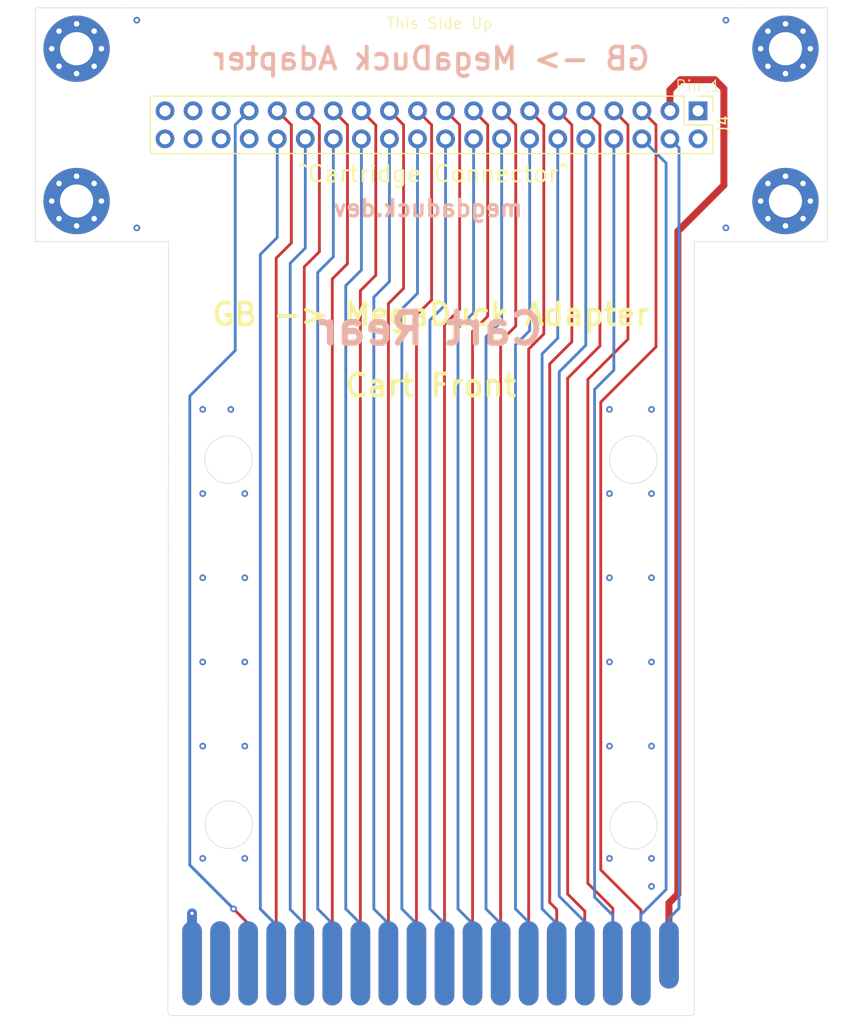
<source format=kicad_pcb>
(kicad_pcb (version 20240108) (generator "pcbnew") (generator_version "8.0")
  (title_block (title "GB to MegaDuck Cart Adapter") (date "2024-08-05") (rev "v1.0") (company "megaduck.dev"))
  (layers (0 "F.Cu" signal) (1 "In1.Cu" signal) (2 "In2.Cu" signal) (31 "B.Cu" signal) (34 "B.Paste" user) (35 "F.Paste" user) (36 "B.SilkS" user "B.Silkscreen") (37 "F.SilkS" user "F.Silkscreen") (38 "B.Mask" user) (39 "F.Mask" user) (44 "Edge.Cuts" user))
  (net 0 "")
  (net 1 "GND")
  (net 2 "/D6")
  (net 3 "/D7")
  (net 4 "/~{RES}")
  (net 5 "/D5")
  (net 6 "/D4")
  (net 7 "/D3")
  (net 8 "/D2")
  (net 9 "/D1")
  (net 10 "/D0")
  (net 11 "/A15")
  (net 12 "/A14")
  (net 13 "/A13")
  (net 14 "/A12")
  (net 15 "/A11")
  (net 16 "/A10")
  (net 17 "/A9")
  (net 18 "/A8")
  (net 19 "/A7")
  (net 20 "/A6")
  (net 21 "/A5")
  (net 22 "/A4")
  (net 23 "/A3")
  (net 24 "/A2")
  (net 25 "/A1")
  (net 26 "/A0")
  (net 27 "/~{CS}")
  (net 28 "/~{RD}")
  (net 29 "/~{WR}")
  (net 30 "/PHI")
  (net 31 "/VIN+")
  (net 33 "/VCC")
  (footprint "MountingHole:MountingHole_3mm_Pad_Via" (layer "F.Cu") (at 180.1516 53.38)
    (property "Reference" "H7" (hide yes))
    (property "Value" "MountingHole_Pad")
    (pad "1" thru_hole circle (at -2.25 0) (size 0.8 0.8) (drill 0.5) (layers "*.Cu" "*.Mask") (net 1 "GND"))
    (pad "1" thru_hole circle (at -1.59099 -1.59099) (size 0.8 0.8) (drill 0.5) (layers "*.Cu" "*.Mask") (net 1 "GND"))
    (pad "1" thru_hole circle (at -1.59099 1.59099) (size 0.8 0.8) (drill 0.5) (layers "*.Cu" "*.Mask") (net 1 "GND"))
    (pad "1" thru_hole circle (at 0 -2.25) (size 0.8 0.8) (drill 0.5) (layers "*.Cu" "*.Mask") (net 1 "GND"))
    (pad "1" thru_hole circle (at 0 0) (size 6 6) (drill 3) (layers "*.Cu" "*.Mask") (net 1 "GND"))
    (pad "1" thru_hole circle (at 0 2.25) (size 0.8 0.8) (drill 0.5) (layers "*.Cu" "*.Mask") (net 1 "GND"))
    (pad "1" thru_hole circle (at 1.59099 -1.59099) (size 0.8 0.8) (drill 0.5) (layers "*.Cu" "*.Mask") (net 1 "GND"))
    (pad "1" thru_hole circle (at 1.59099 1.59099) (size 0.8 0.8) (drill 0.5) (layers "*.Cu" "*.Mask") (net 1 "GND"))
    (pad "1" thru_hole circle (at 2.25 0) (size 0.8 0.8) (drill 0.5) (layers "*.Cu" "*.Mask") (net 1 "GND"))
  )
  (footprint "Connector_PinHeader_2.54mm:PinHeader_2x20_P2.54mm_Vertical" (layer "F.Cu") (at 172.23 59 -90)
    (property "Reference" "J4" (at 1.27 -2.33 90) (layer "F.SilkS"))
    (property "Value" "Conn_02x20_Odd_Even")
    (fp_line (start -1.33 49.59) (end 3.87 49.59) (stroke (width 0.12)) (layer "F.SilkS"))
    (fp_line (start -1.33 1.27) (end -1.33 49.59) (stroke (width 0.12)) (layer "F.SilkS"))
    (fp_line (start -1.33 1.27) (end 1.27 1.27) (stroke (width 0.12)) (layer "F.SilkS"))
    (fp_line (start 1.27 1.27) (end 1.27 -1.33) (stroke (width 0.12)) (layer "F.SilkS"))
    (fp_line (start -1.33 0) (end -1.33 -1.33) (stroke (width 0.12)) (layer "F.SilkS"))
    (fp_line (start -1.33 -1.33) (end 0 -1.33) (stroke (width 0.12)) (layer "F.SilkS"))
    (fp_line (start 1.27 -1.33) (end 3.87 -1.33) (stroke (width 0.12)) (layer "F.SilkS"))
    (fp_line (start 3.87 -1.33) (end 3.87 49.59) (stroke (width 0.12)) (layer "F.SilkS"))
    (pad "1" thru_hole rect (at 0 0 270) (size 1.7 1.7) (drill 1) (layers "*.Cu" "*.Mask"))
    (pad "2" thru_hole oval (at 2.54 0 270) (size 1.7 1.7) (drill 1) (layers "*.Cu" "*.Mask"))
    (pad "3" thru_hole oval (at 0 2.54 270) (size 1.7 1.7) (drill 1) (layers "*.Cu" "*.Mask") (net 33 "/VCC"))
    (pad "4" thru_hole oval (at 2.54 2.54 270) (size 1.7 1.7) (drill 1) (layers "*.Cu" "*.Mask") (net 30 "/PHI"))
    (pad "5" thru_hole oval (at 0 5.08 270) (size 1.7 1.7) (drill 1) (layers "*.Cu" "*.Mask") (net 29 "/~{WR}"))
    (pad "6" thru_hole oval (at 2.54 5.08 270) (size 1.7 1.7) (drill 1) (layers "*.Cu" "*.Mask") (net 28 "/~{RD}"))
    (pad "7" thru_hole oval (at 0 7.62 270) (size 1.7 1.7) (drill 1) (layers "*.Cu" "*.Mask") (net 27 "/~{CS}"))
    (pad "8" thru_hole oval (at 2.54 7.62 270) (size 1.7 1.7) (drill 1) (layers "*.Cu" "*.Mask") (net 26 "/A0"))
    (pad "9" thru_hole oval (at 0 10.16 270) (size 1.7 1.7) (drill 1) (layers "*.Cu" "*.Mask") (net 25 "/A1"))
    (pad "10" thru_hole oval (at 2.54 10.16 270) (size 1.7 1.7) (drill 1) (layers "*.Cu" "*.Mask") (net 24 "/A2"))
    (pad "11" thru_hole oval (at 0 12.7 270) (size 1.7 1.7) (drill 1) (layers "*.Cu" "*.Mask") (net 23 "/A3"))
    (pad "12" thru_hole oval (at 2.54 12.7 270) (size 1.7 1.7) (drill 1) (layers "*.Cu" "*.Mask") (net 22 "/A4"))
    (pad "13" thru_hole oval (at 0 15.24 270) (size 1.7 1.7) (drill 1) (layers "*.Cu" "*.Mask") (net 21 "/A5"))
    (pad "14" thru_hole oval (at 2.54 15.24 270) (size 1.7 1.7) (drill 1) (layers "*.Cu" "*.Mask") (net 20 "/A6"))
    (pad "15" thru_hole oval (at 0 17.78 270) (size 1.7 1.7) (drill 1) (layers "*.Cu" "*.Mask") (net 19 "/A7"))
    (pad "16" thru_hole oval (at 2.54 17.78 270) (size 1.7 1.7) (drill 1) (layers "*.Cu" "*.Mask") (net 18 "/A8"))
    (pad "17" thru_hole oval (at 0 20.32 270) (size 1.7 1.7) (drill 1) (layers "*.Cu" "*.Mask") (net 17 "/A9"))
    (pad "18" thru_hole oval (at 2.54 20.32 270) (size 1.7 1.7) (drill 1) (layers "*.Cu" "*.Mask") (net 16 "/A10"))
    (pad "19" thru_hole oval (at 0 22.86 270) (size 1.7 1.7) (drill 1) (layers "*.Cu" "*.Mask") (net 15 "/A11"))
    (pad "20" thru_hole oval (at 2.54 22.86 270) (size 1.7 1.7) (drill 1) (layers "*.Cu" "*.Mask") (net 14 "/A12"))
    (pad "21" thru_hole oval (at 0 25.4 270) (size 1.7 1.7) (drill 1) (layers "*.Cu" "*.Mask") (net 13 "/A13"))
    (pad "22" thru_hole oval (at 2.54 25.4 270) (size 1.7 1.7) (drill 1) (layers "*.Cu" "*.Mask") (net 12 "/A14"))
    (pad "23" thru_hole oval (at 0 27.94 270) (size 1.7 1.7) (drill 1) (layers "*.Cu" "*.Mask") (net 11 "/A15"))
    (pad "24" thru_hole oval (at 2.54 27.94 270) (size 1.7 1.7) (drill 1) (layers "*.Cu" "*.Mask") (net 10 "/D0"))
    (pad "25" thru_hole oval (at 0 30.48 270) (size 1.7 1.7) (drill 1) (layers "*.Cu" "*.Mask") (net 9 "/D1"))
    (pad "26" thru_hole oval (at 2.54 30.48 270) (size 1.7 1.7) (drill 1) (layers "*.Cu" "*.Mask") (net 8 "/D2"))
    (pad "27" thru_hole oval (at 0 33.02 270) (size 1.7 1.7) (drill 1) (layers "*.Cu" "*.Mask") (net 7 "/D3"))
    (pad "28" thru_hole oval (at 2.54 33.02 270) (size 1.7 1.7) (drill 1) (layers "*.Cu" "*.Mask") (net 6 "/D4"))
    (pad "29" thru_hole oval (at 0 35.56 270) (size 1.7 1.7) (drill 1) (layers "*.Cu" "*.Mask") (net 5 "/D5"))
    (pad "30" thru_hole oval (at 2.54 35.56 270) (size 1.7 1.7) (drill 1) (layers "*.Cu" "*.Mask") (net 2 "/D6"))
    (pad "31" thru_hole oval (at 0 38.1 270) (size 1.7 1.7) (drill 1) (layers "*.Cu" "*.Mask") (net 3 "/D7"))
    (pad "32" thru_hole oval (at 2.54 38.1 270) (size 1.7 1.7) (drill 1) (layers "*.Cu" "*.Mask") (net 4 "/~{RES}"))
    (pad "33" thru_hole oval (at 0 40.64 270) (size 1.7 1.7) (drill 1) (layers "*.Cu" "*.Mask") (net 31 "/VIN+"))
    (pad "34" thru_hole oval (at 2.54 40.64 270) (size 1.7 1.7) (drill 1) (layers "*.Cu" "*.Mask"))
    (pad "35" thru_hole oval (at 0 43.18 270) (size 1.7 1.7) (drill 1) (layers "*.Cu" "*.Mask"))
    (pad "36" thru_hole oval (at 2.54 43.18 270) (size 1.7 1.7) (drill 1) (layers "*.Cu" "*.Mask"))
    (pad "37" thru_hole oval (at 0 45.72 270) (size 1.7 1.7) (drill 1) (layers "*.Cu" "*.Mask") (net 1 "GND"))
    (pad "38" thru_hole oval (at 2.54 45.72 270) (size 1.7 1.7) (drill 1) (layers "*.Cu" "*.Mask") (net 1 "GND"))
    (pad "39" thru_hole oval (at 0 48.26 270) (size 1.7 1.7) (drill 1) (layers "*.Cu" "*.Mask"))
    (pad "40" thru_hole oval (at 2.54 48.26 270) (size 1.7 1.7) (drill 1) (layers "*.Cu" "*.Mask"))
  )
  (footprint "User:Mega_Duck_36_Pin" (layer "F.Cu") (at 169.5958 136.1694)
    (property "Reference" "J1" (hide yes))
    (property "Value" "Conn_02x18_Odd_Even")
    (pad "1" connect oval (at 0 -0.762) (size 1.78 6.096) (layers "F.Cu" "F.Mask") (net 33 "/VCC"))
    (pad "2" connect oval (at 0 -0.762) (size 1.78 6.096) (layers "B.Cu" "B.Mask") (net 30 "/PHI"))
    (pad "3" connect oval (at -2.54 0) (size 1.78 7.62) (layers "F.Cu" "F.Mask") (net 29 "/~{WR}"))
    (pad "4" connect oval (at -2.54 0) (size 1.78 7.62) (layers "B.Cu" "B.Mask") (net 28 "/~{RD}"))
    (pad "5" connect oval (at -5.08 0) (size 1.78 7.62) (layers "F.Cu" "F.Mask") (net 27 "/~{CS}"))
    (pad "6" connect oval (at -5.08 0) (size 1.78 7.62) (layers "B.Cu" "B.Mask") (net 26 "/A0"))
    (pad "7" connect oval (at -7.62 0) (size 1.78 7.62) (layers "F.Cu" "F.Mask") (net 25 "/A1"))
    (pad "8" connect oval (at -7.62 0) (size 1.78 7.62) (layers "B.Cu" "B.Mask") (net 24 "/A2"))
    (pad "9" connect oval (at -10.16 0) (size 1.78 7.62) (layers "F.Cu" "F.Mask") (net 23 "/A3"))
    (pad "10" connect oval (at -10.16 0) (size 1.78 7.62) (layers "B.Cu" "B.Mask") (net 22 "/A4"))
    (pad "11" connect oval (at -12.7 0) (size 1.78 7.62) (layers "F.Cu" "F.Mask") (net 21 "/A5"))
    (pad "12" connect oval (at -12.7 0) (size 1.78 7.62) (layers "B.Cu" "B.Mask") (net 20 "/A6"))
    (pad "13" connect oval (at -15.24 0) (size 1.78 7.62) (layers "F.Cu" "F.Mask") (net 19 "/A7"))
    (pad "14" connect oval (at -15.24 0) (size 1.78 7.62) (layers "B.Cu" "B.Mask") (net 18 "/A8"))
    (pad "15" connect oval (at -17.78 0) (size 1.78 7.62) (layers "F.Cu" "F.Mask") (net 17 "/A9"))
    (pad "16" connect oval (at -17.78 0) (size 1.78 7.62) (layers "B.Cu" "B.Mask") (net 16 "/A10"))
    (pad "17" connect oval (at -20.32 0) (size 1.78 7.62) (layers "F.Cu" "F.Mask") (net 15 "/A11"))
    (pad "18" connect oval (at -20.32 0) (size 1.78 7.62) (layers "B.Cu" "B.Mask") (net 14 "/A12"))
    (pad "19" connect oval (at -22.86 0) (size 1.78 7.62) (layers "F.Cu" "F.Mask") (net 13 "/A13"))
    (pad "20" connect oval (at -22.86 0) (size 1.78 7.62) (layers "B.Cu" "B.Mask") (net 12 "/A14"))
    (pad "21" connect oval (at -25.4 0) (size 1.78 7.62) (layers "F.Cu" "F.Mask") (net 11 "/A15"))
    (pad "22" connect oval (at -25.4 0) (size 1.78 7.62) (layers "B.Cu" "B.Mask") (net 10 "/D0"))
    (pad "23" connect oval (at -27.94 0) (size 1.78 7.62) (layers "F.Cu" "F.Mask") (net 9 "/D1"))
    (pad "24" connect oval (at -27.94 0) (size 1.78 7.62) (layers "B.Cu" "B.Mask") (net 8 "/D2"))
    (pad "25" connect oval (at -30.48 0) (size 1.78 7.62) (layers "F.Cu" "F.Mask") (net 7 "/D3"))
    (pad "26" connect oval (at -30.48 0) (size 1.78 7.62) (layers "B.Cu" "B.Mask") (net 6 "/D4"))
    (pad "27" connect oval (at -33.02 0) (size 1.78 7.62) (layers "F.Cu" "F.Mask") (net 5 "/D5"))
    (pad "28" connect oval (at -33.02 0) (size 1.78 7.62) (layers "B.Cu" "B.Mask") (net 2 "/D6"))
    (pad "29" connect oval (at -35.56 0) (size 1.78 7.62) (layers "F.Cu" "F.Mask") (net 3 "/D7"))
    (pad "30" connect oval (at -35.56 0) (size 1.78 7.62) (layers "B.Cu" "B.Mask") (net 4 "/~{RES}"))
    (pad "31" connect oval (at -38.1 0) (size 1.78 7.62) (layers "F.Cu" "F.Mask") (net 31 "/VIN+"))
    (pad "32" connect oval (at -38.1 0) (size 1.78 7.62) (layers "B.Cu" "B.Mask"))
    (pad "33" connect oval (at -40.64 0) (size 1.78 7.62) (layers "F.Cu" "F.Mask"))
    (pad "34" connect oval (at -40.64 0) (size 1.78 7.62) (layers "B.Cu" "B.Mask"))
    (pad "35" connect oval (at -43.18 0) (size 1.78 7.62) (layers "F.Cu" "F.Mask") (net 1 "GND"))
    (pad "36" connect oval (at -43.18 0) (size 1.78 7.62) (layers "B.Cu" "B.Mask") (net 1 "GND"))
  )
  (footprint "MountingHole:MountingHole_3mm_Pad_Via" (layer "F.Cu") (at 180.1516 67.17)
    (property "Reference" "H8" (hide yes))
    (property "Value" "MountingHole_Pad")
    (pad "1" thru_hole circle (at -2.25 0) (size 0.8 0.8) (drill 0.5) (layers "*.Cu" "*.Mask") (net 1 "GND"))
    (pad "1" thru_hole circle (at -1.59099 -1.59099) (size 0.8 0.8) (drill 0.5) (layers "*.Cu" "*.Mask") (net 1 "GND"))
    (pad "1" thru_hole circle (at -1.59099 1.59099) (size 0.8 0.8) (drill 0.5) (layers "*.Cu" "*.Mask") (net 1 "GND"))
    (pad "1" thru_hole circle (at 0 -2.25) (size 0.8 0.8) (drill 0.5) (layers "*.Cu" "*.Mask") (net 1 "GND"))
    (pad "1" thru_hole circle (at 0 0) (size 6 6) (drill 3) (layers "*.Cu" "*.Mask") (net 1 "GND"))
    (pad "1" thru_hole circle (at 0 2.25) (size 0.8 0.8) (drill 0.5) (layers "*.Cu" "*.Mask") (net 1 "GND"))
    (pad "1" thru_hole circle (at 1.59099 -1.59099) (size 0.8 0.8) (drill 0.5) (layers "*.Cu" "*.Mask") (net 1 "GND"))
    (pad "1" thru_hole circle (at 1.59099 1.59099) (size 0.8 0.8) (drill 0.5) (layers "*.Cu" "*.Mask") (net 1 "GND"))
    (pad "1" thru_hole circle (at 2.25 0) (size 0.8 0.8) (drill 0.5) (layers "*.Cu" "*.Mask") (net 1 "GND"))
  )
  (footprint "MountingHole:MountingHole_3mm_Pad_Via" (layer "F.Cu") (at 115.96 67.17)
    (property "Reference" "H4" (hide yes))
    (property "Value" "MountingHole_Pad")
    (pad "1" thru_hole circle (at -2.25 0) (size 0.8 0.8) (drill 0.5) (layers "*.Cu" "*.Mask") (net 1 "GND"))
    (pad "1" thru_hole circle (at -1.59099 -1.59099) (size 0.8 0.8) (drill 0.5) (layers "*.Cu" "*.Mask") (net 1 "GND"))
    (pad "1" thru_hole circle (at -1.59099 1.59099) (size 0.8 0.8) (drill 0.5) (layers "*.Cu" "*.Mask") (net 1 "GND"))
    (pad "1" thru_hole circle (at 0 -2.25) (size 0.8 0.8) (drill 0.5) (layers "*.Cu" "*.Mask") (net 1 "GND"))
    (pad "1" thru_hole circle (at 0 0) (size 6 6) (drill 3) (layers "*.Cu" "*.Mask") (net 1 "GND"))
    (pad "1" thru_hole circle (at 0 2.25) (size 0.8 0.8) (drill 0.5) (layers "*.Cu" "*.Mask") (net 1 "GND"))
    (pad "1" thru_hole circle (at 1.59099 -1.59099) (size 0.8 0.8) (drill 0.5) (layers "*.Cu" "*.Mask") (net 1 "GND"))
    (pad "1" thru_hole circle (at 1.59099 1.59099) (size 0.8 0.8) (drill 0.5) (layers "*.Cu" "*.Mask") (net 1 "GND"))
    (pad "1" thru_hole circle (at 2.25 0) (size 0.8 0.8) (drill 0.5) (layers "*.Cu" "*.Mask") (net 1 "GND"))
  )
  (footprint "MountingHole:MountingHole_3mm_Pad_Via" (layer "F.Cu") (at 115.96 53.38)
    (property "Reference" "H3" (hide yes))
    (property "Value" "MountingHole_Pad")
    (pad "1" thru_hole circle (at -2.25 0) (size 0.8 0.8) (drill 0.5) (layers "*.Cu" "*.Mask") (net 1 "GND"))
    (pad "1" thru_hole circle (at -1.59099 -1.59099) (size 0.8 0.8) (drill 0.5) (layers "*.Cu" "*.Mask") (net 1 "GND"))
    (pad "1" thru_hole circle (at -1.59099 1.59099) (size 0.8 0.8) (drill 0.5) (layers "*.Cu" "*.Mask") (net 1 "GND"))
    (pad "1" thru_hole circle (at 0 -2.25) (size 0.8 0.8) (drill 0.5) (layers "*.Cu" "*.Mask") (net 1 "GND"))
    (pad "1" thru_hole circle (at 0 0) (size 6 6) (drill 3) (layers "*.Cu" "*.Mask") (net 1 "GND"))
    (pad "1" thru_hole circle (at 0 2.25) (size 0.8 0.8) (drill 0.5) (layers "*.Cu" "*.Mask") (net 1 "GND"))
    (pad "1" thru_hole circle (at 1.59099 -1.59099) (size 0.8 0.8) (drill 0.5) (layers "*.Cu" "*.Mask") (net 1 "GND"))
    (pad "1" thru_hole circle (at 1.59099 1.59099) (size 0.8 0.8) (drill 0.5) (layers "*.Cu" "*.Mask") (net 1 "GND"))
    (pad "1" thru_hole circle (at 2.25 0) (size 0.8 0.8) (drill 0.5) (layers "*.Cu" "*.Mask") (net 1 "GND"))
  )
  (gr_line (start 120.2596 49.6824) (end 112.2426 49.6824) (stroke (width 0.05)) (layer "Edge.Cuts"))
  (gr_circle (center 129.712926 90.576404) (end 131.862926 90.576404) (stroke (width 0.05)) (fill none) (layer "Edge.Cuts"))
  (gr_line (start 171.9072 70.846) (end 171.9072 76.708) (stroke (width 0.05)) (layer "Edge.Cuts"))
  (gr_circle (center 166.3954 123.6726) (end 168.5454 123.6726) (stroke (width 0.05)) (fill none) (layer "Edge.Cuts"))
  (gr_line (start 171.9072 70.846) (end 175.9298 70.846) (stroke (width 0.05)) (layer "Edge.Cuts"))
  (gr_line (start 124.2822 78.1558) (end 124.2822 70.846) (stroke (width 0.05)) (layer "Edge.Cuts"))
  (gr_line (start 112.2426 70.846) (end 120.2596 70.846) (stroke (width 0.05)) (layer "Edge.Cuts"))
  (gr_line (start 183.9468 64.7032) (end 183.9468 49.6824) (stroke (width 0.05)) (layer "Edge.Cuts"))
  (gr_line (start 171.9072 140.5636) (end 171.9072 78.1558) (stroke (width 0.05)) (layer "Edge.Cuts"))
  (gr_arc (start 171.9072 140.5636) (mid 171.810487 140.797087) (end 171.577 140.8938) (stroke (width 0.05)) (layer "Edge.Cuts"))
  (gr_line (start 120.2596 70.846) (end 124.2822 70.846) (stroke (width 0.05)) (layer "Edge.Cuts"))
  (gr_line (start 175.9298 70.846) (end 183.9468 70.846) (stroke (width 0.05)) (layer "Edge.Cuts"))
  (gr_line (start 112.2426 64.7032) (end 112.2426 49.6824) (stroke (width 0.05)) (layer "Edge.Cuts"))
  (gr_line (start 171.9072 78.1558) (end 171.9072 76.708) (stroke (width 0.05)) (layer "Edge.Cuts"))
  (gr_circle (center 166.37 90.576404) (end 168.52 90.576404) (stroke (width 0.05)) (fill none) (layer "Edge.Cuts"))
  (gr_line (start 171.577 140.8938) (end 124.5616 140.8938) (stroke (width 0.05)) (layer "Edge.Cuts"))
  (gr_line (start 183.9468 49.6824) (end 175.9298 49.6824) (stroke (width 0.05)) (layer "Edge.Cuts"))
  (gr_circle (center 129.7432 123.6218) (end 131.8932 123.6218) (stroke (width 0.05)) (fill none) (layer "Edge.Cuts"))
  (gr_line (start 124.2314 140.5636) (end 124.2822 78.1558) (stroke (width 0.05)) (layer "Edge.Cuts"))
  (gr_arc (start 124.5616 140.8938) (mid 124.328113 140.797087) (end 124.2314 140.5636) (stroke (width 0.05)) (layer "Edge.Cuts"))
  (gr_line (start 112.2426 64.7032) (end 112.2426 70.846) (stroke (width 0.05)) (layer "Edge.Cuts"))
  (gr_line (start 120.2596 49.6824) (end 175.9298 49.6824) (stroke (width 0.05)) (layer "Edge.Cuts"))
  (gr_line (start 183.9468 70.846) (end 183.9468 64.7032) (stroke (width 0.05)) (layer "Edge.Cuts"))
  (gr_text "GB -> MegaDuck Adapter" (at 148.082 55.4482 -0) (layer "B.SilkS") (effects (font (size 2 2) (thickness 0.35) (bold yes)) (justify bottom mirror)))
  (gr_text "megdaduck.dev" (at 156.5 68.707 -0) (layer "B.SilkS") (effects (font (size 1.5 1.5) (thickness 0.3) (bold yes)) (justify left bottom mirror)))
  (gr_text "Cart Rear" (at 147.9804 80.3656 -0) (layer "B.SilkS") (effects (font (size 2.8 2.8) (thickness 0.56) (bold yes)) (justify bottom mirror)))
  (gr_text "^Cartridge Connector^" (at 148.2344 65.5828 0) (layer "F.SilkS") (effects (font (size 1.5 1.5) (thickness 0.2)) (justify bottom)))
  (gr_text "" (at 132.5626 79.4766 0) (layer "F.SilkS") (effects (font (size 1.1 1.1)) (justify left bottom)))
  (gr_text "GB -> MegaDuck Adapter\n\nCart Front" (at 148.0312 85.0392 0) (layer "F.SilkS") (effects (font (size 2 2) (thickness 0.35) (bold yes)) (justify bottom)))
  (gr_text "Pin 1" (at 172.2374 57.3278 -0) (layer "F.SilkS") (effects (font (size 1 1) (thickness 0.1)) (justify bottom)))
  (gr_text "This Side Up" (at 148.8186 51.6636 0) (layer "F.SilkS") (effects (font (size 1 1) (thickness 0.1)) (justify bottom)))
  (segment (start 126.4158 131.6482) (end 126.4158 136.1694) (width 0.889) (layer "F.Cu") (net 1))
  (via (at 168.021 126.6698) (size 0.6) (drill 0.3) (layers "F.Cu" "B.Cu") (net 1))
  (via (at 168.021 108.8898) (size 0.6) (drill 0.3) (layers "F.Cu" "B.Cu") (net 1))
  (via (at 121.412 50.8) (size 0.6) (drill 0.3) (layers "F.Cu" "B.Cu") (net 1))
  (via (at 127.381 86.0298) (size 0.6) (drill 0.3) (layers "F.Cu" "B.Cu") (net 1))
  (via (at 121.412 69.596) (size 0.6) (drill 0.3) (layers "F.Cu" "B.Cu") (net 1))
  (via (at 164.211 101.2698) (size 0.6) (drill 0.3) (layers "F.Cu" "B.Cu") (net 1))
  (via (at 168.021 116.5098) (size 0.6) (drill 0.3) (layers "F.Cu" "B.Cu") (net 1))
  (via (at 164.211 93.6498) (size 0.6) (drill 0.3) (layers "F.Cu" "B.Cu") (net 1))
  (via (at 127.381 108.8898) (size 0.6) (drill 0.3) (layers "F.Cu" "B.Cu") (net 1))
  (via (at 127.381 126.6698) (size 0.6) (drill 0.3) (layers "F.Cu" "B.Cu") (net 1))
  (via (at 131.191 126.6698) (size 0.6) (drill 0.3) (layers "F.Cu" "B.Cu") (net 1))
  (via (at 129.921 86.0298) (size 0.6) (drill 0.3) (layers "F.Cu" "B.Cu") (net 1))
  (via (at 168.021 86.0298) (size 0.6) (drill 0.3) (layers "F.Cu" "B.Cu") (net 1))
  (via (at 164.211 116.5098) (size 0.6) (drill 0.3) (layers "F.Cu" "B.Cu") (net 1))
  (via (at 174.752 69.596) (size 0.6) (drill 0.3) (layers "F.Cu" "B.Cu") (net 1))
  (via (at 131.191 116.5098) (size 0.6) (drill 0.3) (layers "F.Cu" "B.Cu") (net 1))
  (via (at 168.021 93.6498) (size 0.6) (drill 0.3) (layers "F.Cu" "B.Cu") (net 1))
  (via (at 131.191 108.8898) (size 0.6) (drill 0.3) (layers "F.Cu" "B.Cu") (net 1))
  (via (at 174.752 50.8) (size 0.6) (drill 0.3) (layers "F.Cu" "B.Cu") (net 1))
  (via (at 164.211 126.6698) (size 0.6) (drill 0.3) (layers "F.Cu" "B.Cu") (net 1))
  (via (at 126.4158 131.6482) (size 0.6) (drill 0.3) (layers "F.Cu" "B.Cu") (net 1))
  (via (at 127.381 101.2698) (size 0.6) (drill 0.3) (layers "F.Cu" "B.Cu") (net 1))
  (via (at 127.381 93.6498) (size 0.6) (drill 0.3) (layers "F.Cu" "B.Cu") (net 1))
  (via (at 168.021 101.2698) (size 0.6) (drill 0.3) (layers "F.Cu" "B.Cu") (net 1))
  (via (at 168.021 129.2098) (size 0.6) (drill 0.3) (layers "F.Cu" "B.Cu") (net 1))
  (via (at 164.211 86.0298) (size 0.6) (drill 0.3) (layers "F.Cu" "B.Cu") (net 1))
  (via (at 131.191 93.6498) (size 0.6) (drill 0.3) (layers "F.Cu" "B.Cu") (net 1))
  (via (at 131.191 101.2698) (size 0.6) (drill 0.3) (layers "F.Cu" "B.Cu") (net 1))
  (via (at 164.211 108.8898) (size 0.6) (drill 0.3) (layers "F.Cu" "B.Cu") (net 1))
  (via (at 127.381 116.5098) (size 0.6) (drill 0.3) (layers "F.Cu" "B.Cu") (net 1))
  (segment (start 126.4158 131.6482) (end 126.4158 136.1694) (width 0.889) (layer "B.Cu") (net 1))
  (segment (start 135.3058 72.7964) (end 136.67 71.4322) (width 0.254) (layer "B.Cu") (net 2))
  (segment (start 136.67 71.4322) (end 136.67 61.54) (width 0.254) (layer "B.Cu") (net 2))
  (segment (start 136.5758 132.5626) (end 135.3058 131.2926) (width 0.254) (layer "B.Cu") (net 2))
  (segment (start 135.3058 131.2926) (end 135.3058 72.7964) (width 0.254) (layer "B.Cu") (net 2))
  (segment (start 136.5758 136.1694) (end 136.5758 132.5626) (width 0.254) (layer "B.Cu") (net 2))
  (segment (start 135.4074 70.9676) (end 134.0358 72.3392) (width 0.254) (layer "F.Cu") (net 3))
  (segment (start 134.13 59) (end 135.4074 60.2774) (width 0.254) (layer "F.Cu") (net 3))
  (segment (start 135.4074 60.2774) (end 135.4074 70.9676) (width 0.254) (layer "F.Cu") (net 3))
  (segment (start 134.0358 72.3392) (end 134.0358 136.1694) (width 0.254) (layer "F.Cu") (net 3))
  (segment (start 134.0358 132.6896) (end 132.8293 131.4831) (width 0.254) (layer "B.Cu") (net 4))
  (segment (start 133.5405 132.1943) (end 132.8293 131.4831) (width 0.254) (layer "B.Cu") (net 4))
  (segment (start 134.0358 136.1694) (end 134.0358 132.5626) (width 0.254) (layer "B.Cu") (net 4))
  (segment (start 134.0358 136.1694) (end 134.0358 132.6896) (width 0.254) (layer "B.Cu") (net 4))
  (segment (start 132.6007 131.2545) (end 132.6007 71.9963) (width 0.254) (layer "B.Cu") (net 4))
  (segment (start 132.6007 71.9963) (end 134.13 70.467) (width 0.254) (layer "B.Cu") (net 4))
  (segment (start 132.8293 131.4831) (end 132.6007 131.2545) (width 0.254) (layer "B.Cu") (net 4))
  (segment (start 134.0358 132.6896) (end 133.5405 132.1943) (width 0.254) (layer "B.Cu") (net 4))
  (segment (start 134.13 70.467) (end 134.13 61.54) (width 0.254) (layer "B.Cu") (net 4))
  (segment (start 137.9474 60.2774) (end 137.9474 71.755) (width 0.254) (layer "F.Cu") (net 5))
  (segment (start 136.67 59) (end 137.9474 60.2774) (width 0.254) (layer "F.Cu") (net 5))
  (segment (start 137.9474 71.755) (end 136.5758 73.1266) (width 0.254) (layer "F.Cu") (net 5))
  (segment (start 136.5758 73.1266) (end 136.5758 136.1694) (width 0.254) (layer "F.Cu") (net 5))
  (segment (start 137.795 131.2418) (end 137.795 73.6346) (width 0.254) (layer "B.Cu") (net 6))
  (segment (start 139.1158 132.5626) (end 137.795 131.2418) (width 0.254) (layer "B.Cu") (net 6))
  (segment (start 139.1158 136.1694) (end 139.1158 132.5626) (width 0.254) (layer "B.Cu") (net 6))
  (segment (start 139.21 72.2196) (end 139.21 61.54) (width 0.254) (layer "B.Cu") (net 6))
  (segment (start 137.795 73.6346) (end 139.21 72.2196) (width 0.254) (layer "B.Cu") (net 6))
  (segment (start 139.1158 136.1694) (end 139.1158 78.359) (width 0.254) (layer "F.Cu") (net 7))
  (segment (start 140.4874 72.8472) (end 139.1158 74.2188) (width 0.254) (layer "F.Cu") (net 7))
  (segment (start 139.1158 78.359) (end 139.1158 74.2188) (width 0.254) (layer "F.Cu") (net 7))
  (segment (start 140.4874 60.2774) (end 140.4874 72.8472) (width 0.254) (layer "F.Cu") (net 7))
  (segment (start 139.21 59) (end 140.4874 60.2774) (width 0.254) (layer "F.Cu") (net 7))
  (segment (start 141.75 73.4134) (end 141.75 61.54) (width 0.254) (layer "B.Cu") (net 8))
  (segment (start 140.335 74.8284) (end 141.75 73.4134) (width 0.254) (layer "B.Cu") (net 8))
  (segment (start 141.6558 136.1694) (end 141.6558 132.5626) (width 0.254) (layer "B.Cu") (net 8))
  (segment (start 140.335 131.2418) (end 140.335 74.8284) (width 0.254) (layer "B.Cu") (net 8))
  (segment (start 141.6558 132.5626) (end 140.335 131.2418) (width 0.254) (layer "B.Cu") (net 8))
  (segment (start 141.75 59) (end 143.0528 60.3028) (width 0.254) (layer "F.Cu") (net 9))
  (segment (start 143.0528 73.8886) (end 141.6558 75.2856) (width 0.254) (layer "F.Cu") (net 9))
  (segment (start 143.0528 60.3028) (end 143.0528 73.8886) (width 0.254) (layer "F.Cu") (net 9))
  (segment (start 141.6558 75.2856) (end 141.6558 136.1694) (width 0.254) (layer "F.Cu") (net 9))
  (segment (start 142.875 131.2418) (end 142.875 75.8698) (width 0.254) (layer "B.Cu") (net 10))
  (segment (start 142.875 75.8698) (end 144.29 74.4548) (width 0.254) (layer "B.Cu") (net 10))
  (segment (start 144.1958 132.5626) (end 142.875 131.2418) (width 0.254) (layer "B.Cu") (net 10))
  (segment (start 144.29 74.4548) (end 144.29 61.54) (width 0.254) (layer "B.Cu") (net 10))
  (segment (start 144.1958 136.1694) (end 144.1958 132.5626) (width 0.254) (layer "B.Cu") (net 10))
  (segment (start 145.5674 75.0824) (end 144.1958 76.454) (width 0.254) (layer "F.Cu") (net 11))
  (segment (start 144.1958 76.454) (end 144.1958 136.1694) (width 0.254) (layer "F.Cu") (net 11))
  (segment (start 144.29 59) (end 145.5674 60.2774) (width 0.254) (layer "F.Cu") (net 11))
  (segment (start 145.5674 60.2774) (end 145.5674 75.0824) (width 0.254) (layer "F.Cu") (net 11))
  (segment (start 146.7358 132.5626) (end 145.415 131.2418) (width 0.254) (layer "B.Cu") (net 12))
  (segment (start 146.83 75.5216) (end 146.83 61.54) (width 0.254) (layer "B.Cu") (net 12))
  (segment (start 145.415 76.9366) (end 146.83 75.5216) (width 0.254) (layer "B.Cu") (net 12))
  (segment (start 146.7358 136.1694) (end 146.7358 132.5626) (width 0.254) (layer "B.Cu") (net 12))
  (segment (start 145.415 131.2418) (end 145.415 76.9366) (width 0.254) (layer "B.Cu") (net 12))
  (segment (start 148.1074 76.1238) (end 146.7358 77.4954) (width 0.254) (layer "F.Cu") (net 13))
  (segment (start 148.1074 60.2774) (end 148.1074 76.1238) (width 0.254) (layer "F.Cu") (net 13))
  (segment (start 146.7358 77.4954) (end 146.7358 136.1694) (width 0.254) (layer "F.Cu") (net 13))
  (segment (start 146.83 59) (end 148.1074 60.2774) (width 0.254) (layer "F.Cu") (net 13))
  (segment (start 149.2758 136.1694) (end 149.2758 132.5626) (width 0.254) (layer "B.Cu") (net 14))
  (segment (start 147.955 77.9526) (end 149.37 76.5376) (width 0.254) (layer "B.Cu") (net 14))
  (segment (start 147.955 131.2418) (end 147.955 77.9526) (width 0.254) (layer "B.Cu") (net 14))
  (segment (start 149.2758 132.5626) (end 147.955 131.2418) (width 0.254) (layer "B.Cu") (net 14))
  (segment (start 149.2758 136.1694) (end 149.2758 132.6896) (width 0.254) (layer "B.Cu") (net 14))
  (segment (start 149.37 76.5376) (end 149.37 61.54) (width 0.254) (layer "B.Cu") (net 14))
  (segment (start 149.2758 78.359) (end 149.2758 136.1694) (width 0.254) (layer "F.Cu") (net 15))
  (segment (start 150.6474 60.2774) (end 150.6474 76.9874) (width 0.254) (layer "F.Cu") (net 15))
  (segment (start 149.2758 59.2074) (end 149.2758 59.3598) (width 0.254) (layer "F.Cu") (net 15))
  (segment (start 149.37 59) (end 150.6474 60.2774) (width 0.254) (layer "F.Cu") (net 15))
  (segment (start 150.6474 76.9874) (end 149.2758 78.359) (width 0.254) (layer "F.Cu") (net 15))
  (segment (start 151.8158 132.5626) (end 150.495 131.2418) (width 0.254) (layer "B.Cu") (net 16))
  (segment (start 150.495 131.2418) (end 150.495 78.6892) (width 0.254) (layer "B.Cu") (net 16))
  (segment (start 151.91 77.2742) (end 151.91 61.54) (width 0.254) (layer "B.Cu") (net 16))
  (segment (start 150.495 78.6892) (end 151.91 77.2742) (width 0.254) (layer "B.Cu") (net 16))
  (segment (start 151.8158 136.1694) (end 151.8158 132.5626) (width 0.254) (layer "B.Cu") (net 16))
  (segment (start 151.8158 136.1694) (end 151.8158 78.9686) (width 0.254) (layer "F.Cu") (net 17))
  (segment (start 151.8158 58.8518) (end 151.8158 59.055) (width 0.254) (layer "F.Cu") (net 17))
  (segment (start 153.1874 60.2774) (end 151.91 59) (width 0.254) (layer "F.Cu") (net 17))
  (segment (start 151.8158 78.9686) (end 153.1874 77.597) (width 0.254) (layer "F.Cu") (net 17))
  (segment (start 153.1874 77.597) (end 153.1874 60.2774) (width 0.254) (layer "F.Cu") (net 17))
  (segment (start 154.3558 136.1694) (end 154.3558 132.5626) (width 0.254) (layer "B.Cu") (net 18))
  (segment (start 153.035 131.2418) (end 153.035 79.4512) (width 0.254) (layer "B.Cu") (net 18))
  (segment (start 154.3558 132.5626) (end 153.035 131.2418) (width 0.254) (layer "B.Cu") (net 18))
  (segment (start 153.035 79.4512) (end 154.45 78.0362) (width 0.254) (layer "B.Cu") (net 18))
  (segment (start 154.45 78.0362) (end 154.45 61.54) (width 0.254) (layer "B.Cu") (net 18))
  (segment (start 155.7274 60.2774) (end 154.45 59) (width 0.254) (layer "F.Cu") (net 19))
  (segment (start 155.7274 78.486) (end 155.7274 60.2774) (width 0.254) (layer "F.Cu") (net 19))
  (segment (start 154.3558 79.8576) (end 155.7274 78.486) (width 0.254) (layer "F.Cu") (net 19))
  (segment (start 154.3558 136.1694) (end 154.3558 79.8576) (width 0.254) (layer "F.Cu") (net 19))
  (segment (start 155.702 80.1878) (end 156.99 78.8998) (width 0.254) (layer "B.Cu") (net 20))
  (segment (start 156.8958 132.4356) (end 155.702 131.2418) (width 0.254) (layer "B.Cu") (net 20))
  (segment (start 155.702 131.2418) (end 155.702 80.1878) (width 0.254) (layer "B.Cu") (net 20))
  (segment (start 156.99 78.8998) (end 156.99 61.54) (width 0.254) (layer "B.Cu") (net 20))
  (segment (start 156.8958 136.1694) (end 156.8958 132.4356) (width 0.254) (layer "B.Cu") (net 20))
  (segment (start 158.2674 60.2774) (end 156.99 59) (width 0.254) (layer "F.Cu") (net 21))
  (segment (start 158.2674 79.1972) (end 158.2674 60.2774) (width 0.254) (layer "F.Cu") (net 21))
  (segment (start 156.8958 136.1694) (end 156.8958 80.5688) (width 0.254) (layer "F.Cu") (net 21))
  (segment (start 156.8958 80.5688) (end 158.2674 79.1972) (width 0.254) (layer "F.Cu") (net 21))
  (segment (start 158.115 131.2418) (end 158.115 81.0006) (width 0.254) (layer "B.Cu") (net 22))
  (segment (start 159.4358 132.5626) (end 158.115 131.2418) (width 0.254) (layer "B.Cu") (net 22))
  (segment (start 158.115 81.0006) (end 159.53 79.5856) (width 0.254) (layer "B.Cu") (net 22))
  (segment (start 159.53 79.5856) (end 159.53 61.54) (width 0.254) (layer "B.Cu") (net 22))
  (segment (start 159.4358 136.1694) (end 159.4358 132.5626) (width 0.254) (layer "B.Cu") (net 22))
  (segment (start 159.4358 136.1694) (end 159.4358 131.2926) (width 0.254) (layer "F.Cu") (net 23))
  (segment (start 160.8074 79.9084) (end 160.8074 60.2774) (width 0.254) (layer "F.Cu") (net 23))
  (segment (start 159.4358 131.2926) (end 158.8008 130.6576) (width 0.254) (layer "F.Cu") (net 23))
  (segment (start 160.8074 60.2774) (end 159.53 59) (width 0.254) (layer "F.Cu") (net 23))
  (segment (start 158.8008 130.6576) (end 158.8008 81.915) (width 0.254) (layer "F.Cu") (net 23))
  (segment (start 158.8008 81.915) (end 160.8074 79.9084) (width 0.254) (layer "F.Cu") (net 23))
  (segment (start 159.6644 130.0988) (end 159.6644 82.6262) (width 0.254) (layer "B.Cu") (net 24))
  (segment (start 162.07 80.2206) (end 162.07 61.54) (width 0.254) (layer "B.Cu") (net 24))
  (segment (start 161.9758 136.1694) (end 161.9758 132.4102) (width 0.254) (layer "B.Cu") (net 24))
  (segment (start 159.6644 82.6262) (end 162.07 80.2206) (width 0.254) (layer "B.Cu") (net 24))
  (segment (start 161.9758 132.4102) (end 159.6644 130.0988) (width 0.254) (layer "B.Cu") (net 24))
  (segment (start 163.3474 60.2774) (end 162.07 59) (width 0.254) (layer "F.Cu") (net 25))
  (segment (start 161.9758 136.1694) (end 161.9758 131.445) (width 0.254) (layer "F.Cu") (net 25))
  (segment (start 161.9758 131.445) (end 160.4264 129.8956) (width 0.254) (layer "F.Cu") (net 25))
  (segment (start 163.3474 80.2894) (end 163.3474 60.2774) (width 0.254) (layer "F.Cu") (net 25))
  (segment (start 160.4264 129.8956) (end 160.4264 83.2104) (width 0.254) (layer "F.Cu") (net 25))
  (segment (start 160.4264 83.2104) (end 163.3474 80.2894) (width 0.254) (layer "F.Cu") (net 25))
  (segment (start 162.8648 130.175) (end 162.8648 84.2264) (width 0.254) (layer "B.Cu") (net 26))
  (segment (start 164.5158 131.826) (end 162.8648 130.175) (width 0.254) (layer "B.Cu") (net 26))
  (segment (start 162.8648 84.2264) (end 164.61 82.4812) (width 0.254) (layer "B.Cu") (net 26))
  (segment (start 164.61 82.4812) (end 164.61 61.54) (width 0.254) (layer "B.Cu") (net 26))
  (segment (start 164.5158 136.1694) (end 164.5158 131.826) (width 0.254) (layer "B.Cu") (net 26))
  (segment (start 165.8874 79.6798) (end 165.8874 60.2774) (width 0.254) (layer "F.Cu") (net 27))
  (segment (start 164.5158 136.1694) (end 164.5158 131.191) (width 0.254) (layer "F.Cu") (net 27))
  (segment (start 162.2552 128.9304) (end 162.2552 83.312) (width 0.254) (layer "F.Cu") (net 27))
  (segment (start 162.2552 83.312) (end 165.8874 79.6798) (width 0.254) (layer "F.Cu") (net 27))
  (segment (start 164.5158 131.191) (end 162.2552 128.9304) (width 0.254) (layer "F.Cu") (net 27))
  (segment (start 165.8874 60.2774) (end 164.61 59) (width 0.254) (layer "F.Cu") (net 27))
  (segment (start 167.0558 136.1694) (end 167.0558 131.7752) (width 0.254) (layer "B.Cu") (net 28))
  (segment (start 169.3418 129.4892) (end 169.3418 63.7318) (width 0.254) (layer "B.Cu") (net 28))
  (segment (start 167.0558 131.7752) (end 169.3418 129.4892) (width 0.254) (layer "B.Cu") (net 28))
  (segment (start 169.3418 63.7318) (end 167.15 61.54) (width 0.254) (layer "B.Cu") (net 28))
  (segment (start 167.0558 136.1694) (end 167.0558 132.588) (width 0.254) (layer "B.Cu") (net 28))
  (segment (start 167.0558 131.3434) (end 163.4236 127.7112) (width 0.254) (layer "F.Cu") (net 29))
  (segment (start 168.4274 80.3656) (end 168.4274 60.2774) (width 0.254) (layer "F.Cu") (net 29))
  (segment (start 163.4236 85.3694) (end 168.4274 80.3656) (width 0.254) (layer "F.Cu") (net 29))
  (segment (start 168.4274 60.2774) (end 167.15 59) (width 0.254) (layer "F.Cu") (net 29))
  (segment (start 167.0558 136.1694) (end 167.0558 131.3434) (width 0.254) (layer "F.Cu") (net 29))
  (segment (start 163.4236 127.7112) (end 163.4236 85.3694) (width 0.254) (layer "F.Cu") (net 29))
  (segment (start 170.5102 62.3602) (end 169.69 61.54) (width 0.254) (layer "B.Cu") (net 30))
  (segment (start 169.5958 135.4074) (end 169.5958 132.1054) (width 0.254) (layer "B.Cu") (net 30))
  (segment (start 170.5102 131.191) (end 170.5102 62.3602) (width 0.254) (layer "B.Cu") (net 30))
  (segment (start 169.5958 132.1054) (end 170.5102 131.191) (width 0.254) (layer "B.Cu") (net 30))
  (segment (start 131.4958 132.5626) (end 130.175 131.2418) (width 0.254) (layer "F.Cu") (net 31))
  (segment (start 131.4958 136.1694) (end 131.4958 132.5626) (width 0.254) (layer "F.Cu") (net 31))
  (via (at 130.175 131.2418) (size 0.6) (drill 0.3) (layers "F.Cu" "B.Cu") (net 31))
  (segment (start 126.2126 127.2794) (end 130.175 131.2418) (width 0.254) (layer "B.Cu") (net 31))
  (segment (start 130.3274 80.6958) (end 130.3274 60.2626) (width 0.254) (layer "B.Cu") (net 31))
  (segment (start 127 128.0668) (end 127.4572 128.524) (width 0.254) (layer "B.Cu") (net 31))
  (segment (start 127.4572 128.524) (end 130.175 131.2418) (width 0.254) (layer "B.Cu") (net 31))
  (segment (start 126.2126 127.2794) (end 126.2126 84.8106) (width 0.254) (layer "B.Cu") (net 31))
  (segment (start 126.2126 127.2794) (end 127.4572 128.524) (width 0.254) (layer "B.Cu") (net 31))
  (segment (start 130.3274 60.2626) (end 131.59 59) (width 0.254) (layer "B.Cu") (net 31))
  (segment (start 126.2126 84.8106) (end 130.3274 80.6958) (width 0.254) (layer "B.Cu") (net 31))
  (segment (start 169.5958 135.4074) (end 169.5958 130.7084) (width 0.635) (layer "F.Cu") (net 33))
  (segment (start 174.5742 65.7352) (end 174.5742 56.9976) (width 0.635) (layer "F.Cu") (net 33))
  (segment (start 170.6372 56.1848) (end 169.69 57.132) (width 0.635) (layer "F.Cu") (net 33))
  (segment (start 169.5958 130.7084) (end 170.4086 129.8956) (width 0.635) (layer "F.Cu") (net 33))
  (segment (start 169.69 57.132) (end 169.69 59) (width 0.635) (layer "F.Cu") (net 33))
  (segment (start 170.4086 129.8956) (end 170.4086 69.9008) (width 0.635) (layer "F.Cu") (net 33))
  (segment (start 173.7614 56.1848) (end 170.6372 56.1848) (width 0.635) (layer "F.Cu") (net 33))
  (segment (start 174.5742 56.9976) (end 173.7614 56.1848) (width 0.635) (layer "F.Cu") (net 33))
  (segment (start 170.4086 69.9008) (end 174.5742 65.7352) (width 0.635) (layer "F.Cu") (net 33))
)
</source>
